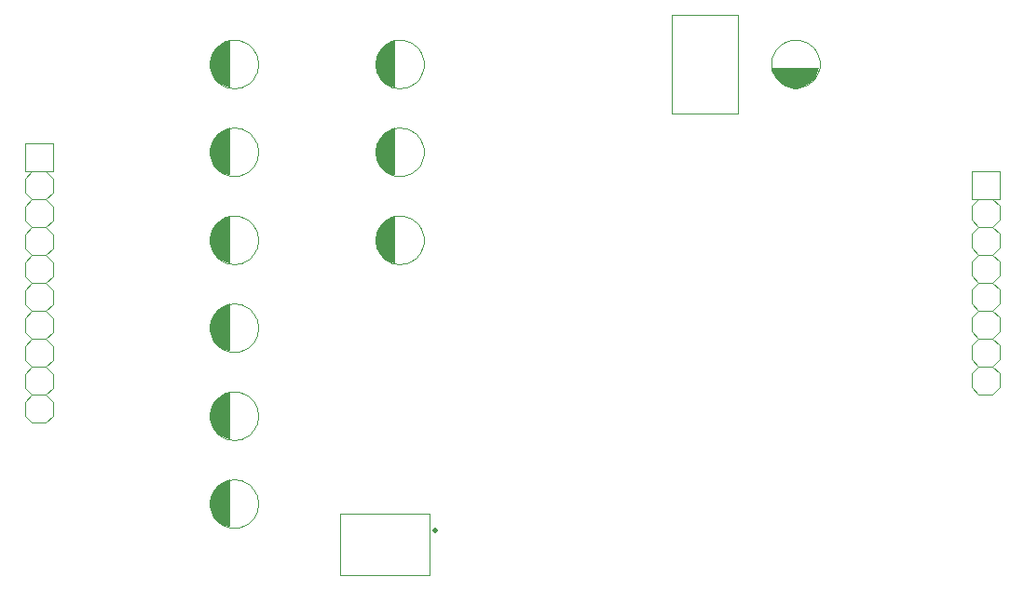
<source format=gm1>
G04*
G04 #@! TF.GenerationSoftware,Altium Limited,Altium Designer,21.9.2 (33)*
G04*
G04 Layer_Color=16711935*
%FSLAX25Y25*%
%MOIN*%
G70*
G04*
G04 #@! TF.SameCoordinates,17C33EC5-3FD8-4D5E-BF76-7BF67F947422*
G04*
G04*
G04 #@! TF.FilePolarity,Positive*
G04*
G01*
G75*
%ADD12C,0.01968*%
%ADD59C,0.00394*%
%ADD60C,0.00197*%
G36*
X137358Y200295D02*
X135358Y200799D01*
X133858Y201575D01*
X132569Y202707D01*
X131664Y203839D01*
X130498Y206299D01*
X130197Y208661D01*
X130498Y210925D01*
X131094Y212500D01*
X131792Y213667D01*
X133858Y215734D01*
X135858Y216799D01*
X137358Y217299D01*
Y200295D01*
D02*
G37*
G36*
X78146D02*
X76146Y200799D01*
X74646Y201575D01*
X73356Y202707D01*
X72451Y203839D01*
X71285Y206299D01*
X70984Y208661D01*
X71285Y210925D01*
X71881Y212500D01*
X72579Y213667D01*
X74646Y215734D01*
X76646Y216799D01*
X78146Y217299D01*
Y200295D01*
D02*
G37*
G36*
X288374Y205240D02*
X287598Y203740D01*
X286467Y202450D01*
X285335Y201546D01*
X282874Y200380D01*
X280512Y200079D01*
X278248Y200380D01*
X276673Y200976D01*
X275506Y201674D01*
X273439Y203740D01*
X272374Y205740D01*
X271874Y207240D01*
X288878D01*
X288374Y205240D01*
D02*
G37*
G36*
X137358Y168799D02*
X135358Y169303D01*
X133858Y170079D01*
X132569Y171211D01*
X131664Y172343D01*
X130498Y174803D01*
X130197Y177165D01*
X130498Y179429D01*
X131094Y181004D01*
X131792Y182171D01*
X133858Y184238D01*
X135858Y185303D01*
X137358Y185803D01*
Y168799D01*
D02*
G37*
G36*
X78146Y168799D02*
X76146Y169303D01*
X74646Y170079D01*
X73356Y171211D01*
X72451Y172343D01*
X71285Y174803D01*
X70984Y177165D01*
X71285Y179429D01*
X71881Y181004D01*
X72579Y182171D01*
X74646Y184238D01*
X76646Y185303D01*
X78146Y185803D01*
Y168799D01*
D02*
G37*
G36*
X137358Y137303D02*
X135358Y137807D01*
X133858Y138583D01*
X132569Y139715D01*
X131664Y140847D01*
X130498Y143307D01*
X130197Y145669D01*
X130498Y147933D01*
X131094Y149508D01*
X131792Y150675D01*
X133858Y152742D01*
X135858Y153807D01*
X137358Y154307D01*
Y137303D01*
D02*
G37*
G36*
X78146Y137303D02*
X76146Y137807D01*
X74646Y138583D01*
X73356Y139715D01*
X72451Y140847D01*
X71285Y143307D01*
X70984Y145669D01*
X71285Y147933D01*
X71881Y149508D01*
X72579Y150675D01*
X74646Y152742D01*
X76646Y153807D01*
X78146Y154307D01*
Y137303D01*
D02*
G37*
G36*
Y105807D02*
X76146Y106311D01*
X74646Y107087D01*
X73356Y108219D01*
X72451Y109350D01*
X71285Y111811D01*
X70984Y114173D01*
X71285Y116437D01*
X71881Y118012D01*
X72579Y119179D01*
X74646Y121246D01*
X76646Y122311D01*
X78146Y122811D01*
Y105807D01*
D02*
G37*
G36*
Y74311D02*
X76146Y74815D01*
X74646Y75591D01*
X73356Y76723D01*
X72451Y77854D01*
X71285Y80315D01*
X70984Y82677D01*
X71285Y84941D01*
X71881Y86516D01*
X72579Y87683D01*
X74646Y89750D01*
X76646Y90815D01*
X78146Y91315D01*
Y74311D01*
D02*
G37*
G36*
Y42815D02*
X76146Y43319D01*
X74646Y44094D01*
X73356Y45226D01*
X72451Y46358D01*
X71285Y48819D01*
X70984Y51181D01*
X71285Y53445D01*
X71881Y55020D01*
X72579Y56187D01*
X74646Y58254D01*
X76646Y59319D01*
X78146Y59819D01*
Y42815D01*
D02*
G37*
D12*
X151701Y41496D02*
D03*
D59*
X88307Y208661D02*
X88248Y209667D01*
X88074Y210659D01*
X87785Y211624D01*
X87386Y212549D01*
X86882Y213421D01*
X86281Y214229D01*
X85589Y214962D01*
X84818Y215609D01*
X83976Y216162D01*
X83076Y216615D01*
X82130Y216959D01*
X81150Y217191D01*
X80149Y217308D01*
X79142D01*
X78142Y217191D01*
X77162Y216959D01*
X76215Y216615D01*
X75315Y216162D01*
X74473Y215609D01*
X73702Y214962D01*
X73011Y214229D01*
X72409Y213421D01*
X71905Y212549D01*
X71507Y211624D01*
X71218Y210659D01*
X71043Y209667D01*
X70984Y208661D01*
X71043Y207656D01*
X71218Y206664D01*
X71507Y205699D01*
X71905Y204774D01*
X72409Y203902D01*
X73011Y203094D01*
X73702Y202361D01*
X74473Y201714D01*
X75315Y201160D01*
X76215Y200708D01*
X77162Y200364D01*
X78142Y200132D01*
X79142Y200015D01*
X80149D01*
X81150Y200132D01*
X82130Y200364D01*
X83076Y200708D01*
X83976Y201160D01*
X84818Y201714D01*
X85589Y202361D01*
X86281Y203094D01*
X86882Y203902D01*
X87386Y204774D01*
X87785Y205699D01*
X88074Y206664D01*
X88248Y207656D01*
X88307Y208661D01*
X147520Y208661D02*
X147461Y209667D01*
X147286Y210659D01*
X146997Y211624D01*
X146598Y212549D01*
X146095Y213421D01*
X145493Y214229D01*
X144802Y214962D01*
X144030Y215609D01*
X143189Y216162D01*
X142289Y216615D01*
X141342Y216959D01*
X140362Y217191D01*
X139362Y217308D01*
X138355D01*
X137354Y217191D01*
X136374Y216959D01*
X135428Y216615D01*
X134528Y216162D01*
X133686Y215609D01*
X132914Y214962D01*
X132223Y214229D01*
X131622Y213421D01*
X131118Y212549D01*
X130719Y211624D01*
X130430Y210659D01*
X130255Y209667D01*
X130197Y208661D01*
X130255Y207656D01*
X130430Y206664D01*
X130719Y205699D01*
X131118Y204774D01*
X131622Y203902D01*
X132223Y203094D01*
X132914Y202361D01*
X133686Y201714D01*
X134528Y201160D01*
X135428Y200708D01*
X136374Y200364D01*
X137354Y200132D01*
X138355Y200015D01*
X139362D01*
X140362Y200132D01*
X141342Y200364D01*
X142289Y200708D01*
X143189Y201160D01*
X144030Y201714D01*
X144802Y202361D01*
X145493Y203094D01*
X146095Y203902D01*
X146598Y204774D01*
X146997Y205699D01*
X147286Y206664D01*
X147461Y207656D01*
X147520Y208661D01*
X88307Y177165D02*
X88248Y178171D01*
X88074Y179163D01*
X87785Y180128D01*
X87386Y181053D01*
X86882Y181925D01*
X86281Y182733D01*
X85589Y183465D01*
X84818Y184113D01*
X83976Y184666D01*
X83076Y185118D01*
X82130Y185463D01*
X81150Y185695D01*
X80149Y185812D01*
X79142D01*
X78142Y185695D01*
X77162Y185463D01*
X76215Y185118D01*
X75315Y184666D01*
X74473Y184113D01*
X73702Y183465D01*
X73011Y182733D01*
X72409Y181925D01*
X71905Y181053D01*
X71507Y180128D01*
X71218Y179163D01*
X71043Y178171D01*
X70984Y177165D01*
X71043Y176160D01*
X71218Y175168D01*
X71507Y174203D01*
X71905Y173278D01*
X72409Y172406D01*
X73011Y171598D01*
X73702Y170865D01*
X74473Y170218D01*
X75315Y169664D01*
X76215Y169212D01*
X77162Y168868D01*
X78142Y168635D01*
X79142Y168519D01*
X80149D01*
X81150Y168635D01*
X82130Y168868D01*
X83076Y169212D01*
X83976Y169664D01*
X84818Y170218D01*
X85589Y170865D01*
X86281Y171598D01*
X86882Y172406D01*
X87386Y173278D01*
X87785Y174203D01*
X88074Y175168D01*
X88248Y176160D01*
X88307Y177165D01*
X147520Y177165D02*
X147461Y178171D01*
X147286Y179163D01*
X146997Y180128D01*
X146598Y181053D01*
X146095Y181925D01*
X145493Y182733D01*
X144802Y183466D01*
X144030Y184113D01*
X143189Y184666D01*
X142289Y185118D01*
X141342Y185463D01*
X140362Y185695D01*
X139362Y185812D01*
X138355D01*
X137354Y185695D01*
X136374Y185463D01*
X135428Y185118D01*
X134528Y184666D01*
X133686Y184113D01*
X132914Y183466D01*
X132223Y182733D01*
X131622Y181925D01*
X131118Y181053D01*
X130719Y180128D01*
X130430Y179163D01*
X130255Y178171D01*
X130197Y177165D01*
X130255Y176160D01*
X130430Y175168D01*
X130719Y174203D01*
X131118Y173278D01*
X131622Y172406D01*
X132223Y171598D01*
X132914Y170865D01*
X133686Y170218D01*
X134528Y169664D01*
X135428Y169212D01*
X136374Y168868D01*
X137354Y168635D01*
X138355Y168519D01*
X139362D01*
X140362Y168635D01*
X141342Y168868D01*
X142289Y169212D01*
X143189Y169664D01*
X144030Y170218D01*
X144802Y170865D01*
X145493Y171598D01*
X146095Y172406D01*
X146598Y173278D01*
X146997Y174203D01*
X147286Y175168D01*
X147461Y176160D01*
X147520Y177165D01*
X88307Y145669D02*
X88248Y146675D01*
X88074Y147667D01*
X87785Y148632D01*
X87386Y149557D01*
X86882Y150429D01*
X86281Y151237D01*
X85589Y151969D01*
X84818Y152617D01*
X83976Y153170D01*
X83076Y153622D01*
X82130Y153967D01*
X81150Y154199D01*
X80149Y154316D01*
X79142D01*
X78142Y154199D01*
X77162Y153967D01*
X76215Y153622D01*
X75315Y153170D01*
X74473Y152617D01*
X73702Y151969D01*
X73011Y151237D01*
X72409Y150429D01*
X71905Y149557D01*
X71507Y148632D01*
X71218Y147667D01*
X71043Y146675D01*
X70984Y145669D01*
X71043Y144664D01*
X71218Y143672D01*
X71507Y142707D01*
X71905Y141782D01*
X72409Y140910D01*
X73011Y140102D01*
X73702Y139369D01*
X74473Y138722D01*
X75315Y138168D01*
X76215Y137716D01*
X77162Y137372D01*
X78142Y137139D01*
X79142Y137022D01*
X80149D01*
X81150Y137139D01*
X82130Y137372D01*
X83076Y137716D01*
X83976Y138168D01*
X84818Y138722D01*
X85589Y139369D01*
X86281Y140102D01*
X86882Y140910D01*
X87386Y141782D01*
X87785Y142707D01*
X88074Y143672D01*
X88248Y144664D01*
X88307Y145669D01*
X289173Y208740D02*
X289115Y209746D01*
X288940Y210738D01*
X288651Y211702D01*
X288252Y212627D01*
X287748Y213500D01*
X287147Y214308D01*
X286456Y215040D01*
X285684Y215688D01*
X284842Y216241D01*
X283942Y216693D01*
X282996Y217038D01*
X282016Y217270D01*
X281015Y217387D01*
X280008D01*
X279008Y217270D01*
X278028Y217038D01*
X277081Y216693D01*
X276181Y216241D01*
X275340Y215688D01*
X274568Y215040D01*
X273877Y214308D01*
X273275Y213500D01*
X272772Y212627D01*
X272373Y211702D01*
X272084Y210738D01*
X271909Y209746D01*
X271850Y208740D01*
X271909Y207735D01*
X272084Y206743D01*
X272373Y205778D01*
X272772Y204853D01*
X273275Y203981D01*
X273877Y203173D01*
X274568Y202440D01*
X275340Y201793D01*
X276181Y201239D01*
X277081Y200787D01*
X278028Y200443D01*
X279008Y200210D01*
X280008Y200093D01*
X281015D01*
X282016Y200210D01*
X282996Y200443D01*
X283942Y200787D01*
X284842Y201239D01*
X285684Y201793D01*
X286456Y202440D01*
X287147Y203173D01*
X287748Y203981D01*
X288252Y204853D01*
X288651Y205778D01*
X288940Y206743D01*
X289115Y207735D01*
X289173Y208740D01*
X147520Y145669D02*
X147461Y146675D01*
X147286Y147667D01*
X146997Y148632D01*
X146598Y149557D01*
X146095Y150429D01*
X145493Y151237D01*
X144802Y151969D01*
X144030Y152617D01*
X143189Y153170D01*
X142289Y153622D01*
X141342Y153967D01*
X140362Y154199D01*
X139362Y154316D01*
X138355D01*
X137354Y154199D01*
X136374Y153967D01*
X135428Y153622D01*
X134528Y153170D01*
X133686Y152617D01*
X132914Y151969D01*
X132223Y151237D01*
X131622Y150429D01*
X131118Y149557D01*
X130719Y148632D01*
X130430Y147667D01*
X130255Y146675D01*
X130197Y145669D01*
X130255Y144664D01*
X130430Y143672D01*
X130719Y142707D01*
X131118Y141782D01*
X131622Y140910D01*
X132223Y140102D01*
X132914Y139369D01*
X133686Y138722D01*
X134528Y138168D01*
X135428Y137716D01*
X136374Y137372D01*
X137354Y137139D01*
X138355Y137022D01*
X139362D01*
X140362Y137139D01*
X141342Y137372D01*
X142289Y137716D01*
X143189Y138168D01*
X144030Y138722D01*
X144802Y139369D01*
X145493Y140102D01*
X146095Y140910D01*
X146598Y141782D01*
X146997Y142707D01*
X147286Y143672D01*
X147461Y144664D01*
X147520Y145669D01*
X88307Y114173D02*
X88248Y115179D01*
X88074Y116171D01*
X87785Y117136D01*
X87386Y118061D01*
X86882Y118933D01*
X86281Y119741D01*
X85589Y120473D01*
X84818Y121121D01*
X83976Y121674D01*
X83076Y122126D01*
X82130Y122471D01*
X81150Y122703D01*
X80149Y122820D01*
X79142D01*
X78142Y122703D01*
X77162Y122471D01*
X76215Y122126D01*
X75315Y121674D01*
X74473Y121121D01*
X73702Y120473D01*
X73011Y119741D01*
X72409Y118933D01*
X71905Y118061D01*
X71507Y117136D01*
X71218Y116171D01*
X71043Y115179D01*
X70984Y114173D01*
X71043Y113168D01*
X71218Y112176D01*
X71507Y111211D01*
X71905Y110286D01*
X72409Y109414D01*
X73011Y108606D01*
X73702Y107873D01*
X74473Y107226D01*
X75315Y106672D01*
X76215Y106220D01*
X77162Y105876D01*
X78142Y105643D01*
X79142Y105526D01*
X80149D01*
X81150Y105643D01*
X82130Y105876D01*
X83076Y106220D01*
X83976Y106672D01*
X84818Y107226D01*
X85589Y107873D01*
X86281Y108606D01*
X86882Y109414D01*
X87386Y110286D01*
X87785Y111211D01*
X88074Y112176D01*
X88248Y113168D01*
X88307Y114173D01*
Y82677D02*
X88248Y83683D01*
X88074Y84675D01*
X87785Y85640D01*
X87386Y86564D01*
X86882Y87437D01*
X86281Y88245D01*
X85589Y88977D01*
X84818Y89625D01*
X83976Y90178D01*
X83076Y90630D01*
X82130Y90975D01*
X81150Y91207D01*
X80149Y91324D01*
X79142D01*
X78142Y91207D01*
X77162Y90975D01*
X76215Y90630D01*
X75315Y90178D01*
X74473Y89625D01*
X73702Y88977D01*
X73011Y88245D01*
X72409Y87437D01*
X71905Y86564D01*
X71507Y85640D01*
X71218Y84675D01*
X71043Y83683D01*
X70984Y82677D01*
X71043Y81672D01*
X71218Y80680D01*
X71507Y79715D01*
X71905Y78790D01*
X72409Y77918D01*
X73011Y77110D01*
X73702Y76377D01*
X74473Y75730D01*
X75315Y75176D01*
X76215Y74724D01*
X77162Y74380D01*
X78142Y74147D01*
X79142Y74030D01*
X80149D01*
X81150Y74147D01*
X82130Y74380D01*
X83076Y74724D01*
X83976Y75176D01*
X84818Y75730D01*
X85589Y76377D01*
X86281Y77110D01*
X86882Y77918D01*
X87386Y78790D01*
X87785Y79715D01*
X88074Y80680D01*
X88248Y81672D01*
X88307Y82677D01*
Y51181D02*
X88248Y52187D01*
X88074Y53179D01*
X87785Y54144D01*
X87386Y55068D01*
X86882Y55941D01*
X86281Y56749D01*
X85589Y57481D01*
X84818Y58129D01*
X83976Y58682D01*
X83076Y59134D01*
X82130Y59479D01*
X81150Y59711D01*
X80149Y59828D01*
X79142D01*
X78142Y59711D01*
X77162Y59479D01*
X76215Y59134D01*
X75315Y58682D01*
X74473Y58129D01*
X73702Y57481D01*
X73011Y56749D01*
X72409Y55941D01*
X71905Y55068D01*
X71507Y54144D01*
X71218Y53179D01*
X71043Y52187D01*
X70984Y51181D01*
X71043Y50176D01*
X71218Y49184D01*
X71507Y48219D01*
X71905Y47294D01*
X72409Y46422D01*
X73011Y45614D01*
X73702Y44881D01*
X74473Y44234D01*
X75315Y43680D01*
X76215Y43228D01*
X77162Y42884D01*
X78142Y42651D01*
X79142Y42534D01*
X80149D01*
X81150Y42651D01*
X82130Y42884D01*
X83076Y43228D01*
X83976Y43680D01*
X84818Y44234D01*
X85589Y44881D01*
X86281Y45614D01*
X86882Y46422D01*
X87386Y47294D01*
X87785Y48219D01*
X88074Y49184D01*
X88248Y50176D01*
X88307Y51181D01*
X149701Y25496D02*
Y47496D01*
X117701D02*
X149701D01*
X117701Y25496D02*
Y47496D01*
Y25496D02*
X149701D01*
X350925Y110354D02*
X353425Y107854D01*
Y102854D02*
Y107854D01*
X350925Y100354D02*
X353425Y102854D01*
X345925Y100354D02*
X350925D01*
X343425Y102854D02*
X345925Y100354D01*
X343425Y102854D02*
Y107854D01*
X345925Y110354D01*
X350925Y130354D02*
X353425Y127854D01*
Y122854D02*
Y127854D01*
X350925Y120354D02*
X353425Y122854D01*
X345925Y120354D02*
X350925D01*
X343425Y122854D02*
X345925Y120354D01*
X343425Y122854D02*
Y127854D01*
X345925Y130354D01*
X343425Y137854D02*
X345925Y140354D01*
X343425Y132854D02*
Y137854D01*
Y132854D02*
X345925Y130354D01*
X350925D01*
X353425Y132854D01*
Y137854D01*
X350925Y140354D02*
X353425Y137854D01*
X350925Y150354D02*
X353425Y147854D01*
Y142854D02*
Y147854D01*
X350925Y140354D02*
X353425Y142854D01*
X345925Y140354D02*
X350925D01*
X343425Y142854D02*
X345925Y140354D01*
X343425Y142854D02*
Y147854D01*
X345925Y150354D01*
X343425Y160354D02*
Y170354D01*
Y157854D02*
X345925Y160354D01*
X343425Y152854D02*
Y157854D01*
Y152854D02*
X345925Y150354D01*
X350925D01*
X353425Y152854D01*
Y157854D01*
X350925Y160354D02*
X353425Y157854D01*
X343425Y170354D02*
X353425D01*
X343425Y160354D02*
X353425D01*
Y170354D01*
X343425Y117854D02*
X345925Y120354D01*
X343425Y112854D02*
Y117854D01*
Y112854D02*
X345925Y110354D01*
X350925D01*
X353425Y112854D01*
Y117854D01*
X350925Y120354D02*
X353425Y117854D01*
X343425Y97854D02*
X345925Y100354D01*
X343425Y92854D02*
Y97854D01*
Y92854D02*
X345925Y90354D01*
X350925D01*
X353425Y92854D01*
Y97854D01*
X350925Y100354D02*
X353425Y97854D01*
X4843Y87697D02*
X7343Y90197D01*
X4843Y82697D02*
Y87697D01*
Y82697D02*
X7343Y80197D01*
X12342D01*
X14842Y82697D01*
Y87697D01*
X12342Y90197D02*
X14842Y87697D01*
X4843Y97697D02*
X7343Y100197D01*
X4843Y92697D02*
Y97697D01*
Y92697D02*
X7343Y90197D01*
X12342D01*
X14842Y92697D01*
Y97697D01*
X12342Y100197D02*
X14842Y97697D01*
X12342Y110197D02*
X14842Y107697D01*
Y102697D02*
Y107697D01*
X12342Y100197D02*
X14842Y102697D01*
X7343Y100197D02*
X12342D01*
X4843Y102697D02*
X7343Y100197D01*
X4843Y102697D02*
Y107697D01*
X7343Y110197D01*
X12342Y130197D02*
X14842Y127697D01*
Y122697D02*
Y127697D01*
X12342Y120197D02*
X14842Y122697D01*
X7343Y120197D02*
X12342D01*
X4843Y122697D02*
X7343Y120197D01*
X4843Y122697D02*
Y127697D01*
X7343Y130197D01*
X14842Y170197D02*
Y180197D01*
X4843Y170197D02*
X14842D01*
X4843Y180197D02*
X14842D01*
X12342Y170197D02*
X14842Y167697D01*
Y162697D02*
Y167697D01*
X12342Y160197D02*
X14842Y162697D01*
X7343Y160197D02*
X12342D01*
X4843Y162697D02*
X7343Y160197D01*
X4843Y162697D02*
Y167697D01*
X7343Y170197D01*
X4843D02*
Y180197D01*
Y157697D02*
X7343Y160197D01*
X4843Y152697D02*
Y157697D01*
Y152697D02*
X7343Y150197D01*
X12342D01*
X14842Y152697D01*
Y157697D01*
X12342Y160197D02*
X14842Y157697D01*
X12342Y150197D02*
X14842Y147697D01*
Y142697D02*
Y147697D01*
X12342Y140197D02*
X14842Y142697D01*
X7343Y140197D02*
X12342D01*
X4843Y142697D02*
X7343Y140197D01*
X4843Y142697D02*
Y147697D01*
X7343Y150197D01*
X4843Y137697D02*
X7343Y140197D01*
X4843Y132697D02*
Y137697D01*
Y132697D02*
X7343Y130197D01*
X12342D01*
X14842Y132697D01*
Y137697D01*
X12342Y140197D02*
X14842Y137697D01*
X4843Y117697D02*
X7343Y120197D01*
X4843Y112697D02*
Y117697D01*
Y112697D02*
X7343Y110197D01*
X12342D01*
X14842Y112697D01*
Y117697D01*
X12342Y120197D02*
X14842Y117697D01*
D60*
X236221Y226378D02*
X259843D01*
X236221Y190945D02*
Y226378D01*
Y190945D02*
X259843D01*
Y226378D01*
M02*

</source>
